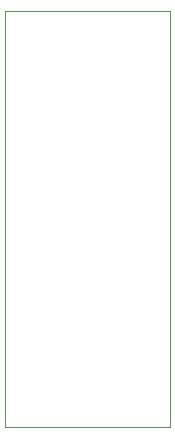
<source format=gbr>
%TF.GenerationSoftware,KiCad,Pcbnew,(5.1.6)-1*%
%TF.CreationDate,2020-08-29T13:30:18-04:00*%
%TF.ProjectId,555-timer-rev1-0,3535352d-7469-46d6-9572-2d726576312d,rev?*%
%TF.SameCoordinates,Original*%
%TF.FileFunction,Profile,NP*%
%FSLAX46Y46*%
G04 Gerber Fmt 4.6, Leading zero omitted, Abs format (unit mm)*
G04 Created by KiCad (PCBNEW (5.1.6)-1) date 2020-08-29 13:30:18*
%MOMM*%
%LPD*%
G01*
G04 APERTURE LIST*
%TA.AperFunction,Profile*%
%ADD10C,0.100000*%
%TD*%
G04 APERTURE END LIST*
D10*
X155750000Y-72250000D02*
X155750000Y-107500000D01*
X141750000Y-72250000D02*
X155750000Y-72250000D01*
X141750000Y-107500000D02*
X141750000Y-72250000D01*
X155750000Y-107500000D02*
X141750000Y-107500000D01*
M02*

</source>
